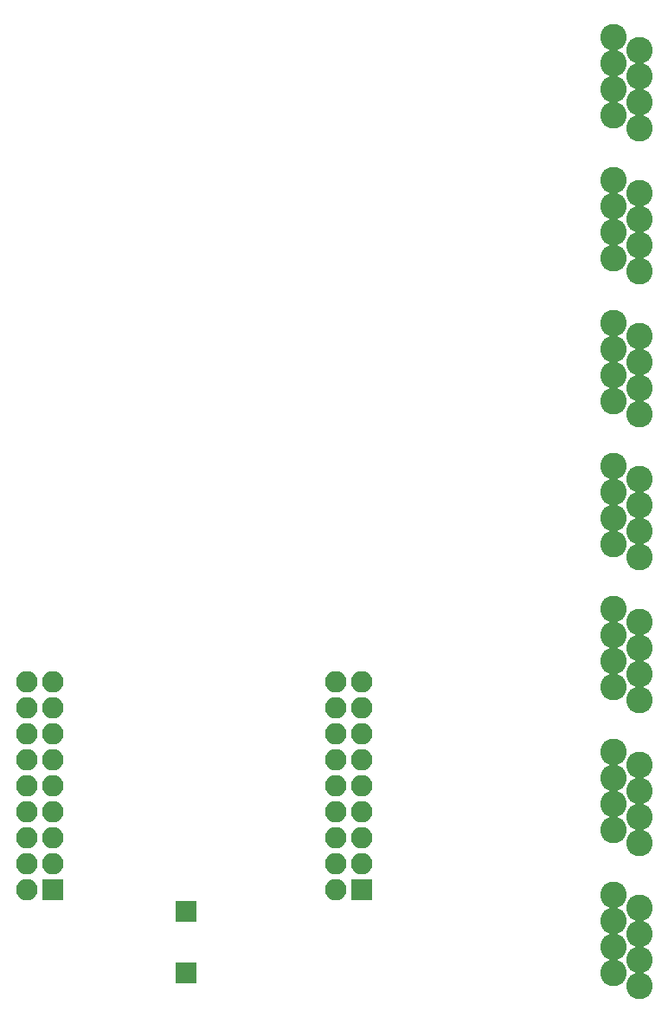
<source format=gts>
G04 #@! TF.FileFunction,Soldermask,Top*
%FSLAX46Y46*%
G04 Gerber Fmt 4.6, Leading zero omitted, Abs format (unit mm)*
G04 Created by KiCad (PCBNEW 4.0.7) date 10/12/18 11:57:34*
%MOMM*%
%LPD*%
G01*
G04 APERTURE LIST*
%ADD10C,0.100000*%
%ADD11R,2.100000X2.100000*%
%ADD12O,2.100000X2.100000*%
%ADD13C,2.600000*%
G04 APERTURE END LIST*
D10*
D11*
X41275000Y-119316500D03*
X41275000Y-113347500D03*
X58420000Y-111252000D03*
D12*
X55880000Y-111252000D03*
X58420000Y-108712000D03*
X55880000Y-108712000D03*
X58420000Y-106172000D03*
X55880000Y-106172000D03*
X58420000Y-103632000D03*
X55880000Y-103632000D03*
X58420000Y-101092000D03*
X55880000Y-101092000D03*
X58420000Y-98552000D03*
X55880000Y-98552000D03*
X58420000Y-96012000D03*
X55880000Y-96012000D03*
X58420000Y-93472000D03*
X55880000Y-93472000D03*
X58420000Y-90932000D03*
X55880000Y-90932000D03*
D11*
X28194000Y-111252000D03*
D12*
X25654000Y-111252000D03*
X28194000Y-108712000D03*
X25654000Y-108712000D03*
X28194000Y-106172000D03*
X25654000Y-106172000D03*
X28194000Y-103632000D03*
X25654000Y-103632000D03*
X28194000Y-101092000D03*
X25654000Y-101092000D03*
X28194000Y-98552000D03*
X25654000Y-98552000D03*
X28194000Y-96012000D03*
X25654000Y-96012000D03*
X28194000Y-93472000D03*
X25654000Y-93472000D03*
X28194000Y-90932000D03*
X25654000Y-90932000D03*
D13*
X83058000Y-35560000D03*
X83058000Y-33020000D03*
X83058000Y-30480000D03*
X83058000Y-27940000D03*
X85598000Y-36830000D03*
X85598000Y-34290000D03*
X85598000Y-31750000D03*
X85598000Y-29210000D03*
X83058000Y-63500000D03*
X83058000Y-60960000D03*
X83058000Y-58420000D03*
X83058000Y-55880000D03*
X85598000Y-64770000D03*
X85598000Y-62230000D03*
X85598000Y-59690000D03*
X85598000Y-57150000D03*
X83058000Y-49530000D03*
X83058000Y-46990000D03*
X83058000Y-44450000D03*
X83058000Y-41910000D03*
X85598000Y-50800000D03*
X85598000Y-48260000D03*
X85598000Y-45720000D03*
X85598000Y-43180000D03*
X83058000Y-77470000D03*
X83058000Y-74930000D03*
X83058000Y-72390000D03*
X83058000Y-69850000D03*
X85598000Y-78740000D03*
X85598000Y-76200000D03*
X85598000Y-73660000D03*
X85598000Y-71120000D03*
X83058000Y-91440000D03*
X83058000Y-88900000D03*
X83058000Y-86360000D03*
X83058000Y-83820000D03*
X85598000Y-92710000D03*
X85598000Y-90170000D03*
X85598000Y-87630000D03*
X85598000Y-85090000D03*
X83058000Y-119380000D03*
X83058000Y-116840000D03*
X83058000Y-114300000D03*
X83058000Y-111760000D03*
X85598000Y-120650000D03*
X85598000Y-118110000D03*
X85598000Y-115570000D03*
X85598000Y-113030000D03*
X83058000Y-105410000D03*
X83058000Y-102870000D03*
X83058000Y-100330000D03*
X83058000Y-97790000D03*
X85598000Y-106680000D03*
X85598000Y-104140000D03*
X85598000Y-101600000D03*
X85598000Y-99060000D03*
M02*

</source>
